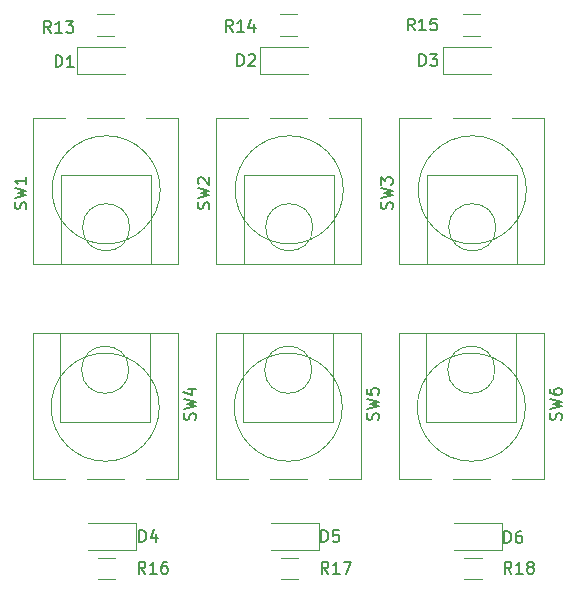
<source format=gbr>
G04 #@! TF.GenerationSoftware,KiCad,Pcbnew,5.1.8-5.1.8*
G04 #@! TF.CreationDate,2021-09-21T08:59:52+02:00*
G04 #@! TF.ProjectId,buttonbar,62757474-6f6e-4626-9172-2e6b69636164,rev?*
G04 #@! TF.SameCoordinates,Original*
G04 #@! TF.FileFunction,Legend,Top*
G04 #@! TF.FilePolarity,Positive*
%FSLAX46Y46*%
G04 Gerber Fmt 4.6, Leading zero omitted, Abs format (unit mm)*
G04 Created by KiCad (PCBNEW 5.1.8-5.1.8) date 2021-09-21 08:59:52*
%MOMM*%
%LPD*%
G01*
G04 APERTURE LIST*
%ADD10C,0.120000*%
%ADD11C,0.150000*%
G04 APERTURE END LIST*
D10*
X135450000Y-58400000D02*
X138170000Y-58400000D01*
X145030000Y-58400000D02*
X147750000Y-58400000D01*
X143170000Y-70700000D02*
X140030000Y-70700000D01*
X147750000Y-70700000D02*
X145030000Y-70700000D01*
X146219050Y-64450000D02*
G75*
G03*
X146219050Y-64450000I-4579050J0D01*
G01*
X138170000Y-70700000D02*
X135450000Y-70700000D01*
X147750000Y-58400000D02*
X147750000Y-70700000D01*
X140030000Y-58400000D02*
X143170000Y-58400000D01*
X135450000Y-70700000D02*
X135450000Y-58400000D01*
X145450000Y-63180000D02*
X145450000Y-70700000D01*
X137830000Y-63180000D02*
X137830000Y-70700000D01*
X137830000Y-70700000D02*
X145030000Y-70700000D01*
X137830000Y-63180000D02*
X145450000Y-63180000D01*
X143640000Y-67620000D02*
G75*
G03*
X143640000Y-67620000I-2000000J0D01*
G01*
X132250000Y-88900000D02*
X129530000Y-88900000D01*
X122670000Y-88900000D02*
X119950000Y-88900000D01*
X124530000Y-76600000D02*
X127670000Y-76600000D01*
X119950000Y-76600000D02*
X122670000Y-76600000D01*
X130639050Y-82850000D02*
G75*
G03*
X130639050Y-82850000I-4579050J0D01*
G01*
X129530000Y-76600000D02*
X132250000Y-76600000D01*
X119950000Y-88900000D02*
X119950000Y-76600000D01*
X127670000Y-88900000D02*
X124530000Y-88900000D01*
X132250000Y-76600000D02*
X132250000Y-88900000D01*
X122250000Y-84120000D02*
X122250000Y-76600000D01*
X129870000Y-84120000D02*
X129870000Y-76600000D01*
X129870000Y-76600000D02*
X122670000Y-76600000D01*
X129870000Y-84120000D02*
X122250000Y-84120000D01*
X128060000Y-79680000D02*
G75*
G03*
X128060000Y-79680000I-2000000J0D01*
G01*
X150950000Y-58400000D02*
X153670000Y-58400000D01*
X160530000Y-58400000D02*
X163250000Y-58400000D01*
X158670000Y-70700000D02*
X155530000Y-70700000D01*
X163250000Y-70700000D02*
X160530000Y-70700000D01*
X161719050Y-64450000D02*
G75*
G03*
X161719050Y-64450000I-4579050J0D01*
G01*
X153670000Y-70700000D02*
X150950000Y-70700000D01*
X163250000Y-58400000D02*
X163250000Y-70700000D01*
X155530000Y-58400000D02*
X158670000Y-58400000D01*
X150950000Y-70700000D02*
X150950000Y-58400000D01*
X160950000Y-63180000D02*
X160950000Y-70700000D01*
X153330000Y-63180000D02*
X153330000Y-70700000D01*
X153330000Y-70700000D02*
X160530000Y-70700000D01*
X153330000Y-63180000D02*
X160950000Y-63180000D01*
X159140000Y-67620000D02*
G75*
G03*
X159140000Y-67620000I-2000000J0D01*
G01*
X119950000Y-58400000D02*
X122670000Y-58400000D01*
X129530000Y-58400000D02*
X132250000Y-58400000D01*
X127670000Y-70700000D02*
X124530000Y-70700000D01*
X132250000Y-70700000D02*
X129530000Y-70700000D01*
X130719050Y-64450000D02*
G75*
G03*
X130719050Y-64450000I-4579050J0D01*
G01*
X122670000Y-70700000D02*
X119950000Y-70700000D01*
X132250000Y-58400000D02*
X132250000Y-70700000D01*
X124530000Y-58400000D02*
X127670000Y-58400000D01*
X119950000Y-70700000D02*
X119950000Y-58400000D01*
X129950000Y-63180000D02*
X129950000Y-70700000D01*
X122330000Y-63180000D02*
X122330000Y-70700000D01*
X122330000Y-70700000D02*
X129530000Y-70700000D01*
X122330000Y-63180000D02*
X129950000Y-63180000D01*
X128140000Y-67620000D02*
G75*
G03*
X128140000Y-67620000I-2000000J0D01*
G01*
X147750000Y-88900000D02*
X145030000Y-88900000D01*
X138170000Y-88900000D02*
X135450000Y-88900000D01*
X140030000Y-76600000D02*
X143170000Y-76600000D01*
X135450000Y-76600000D02*
X138170000Y-76600000D01*
X146139050Y-82850000D02*
G75*
G03*
X146139050Y-82850000I-4579050J0D01*
G01*
X145030000Y-76600000D02*
X147750000Y-76600000D01*
X135450000Y-88900000D02*
X135450000Y-76600000D01*
X143170000Y-88900000D02*
X140030000Y-88900000D01*
X147750000Y-76600000D02*
X147750000Y-88900000D01*
X137750000Y-84120000D02*
X137750000Y-76600000D01*
X145370000Y-84120000D02*
X145370000Y-76600000D01*
X145370000Y-76600000D02*
X138170000Y-76600000D01*
X145370000Y-84120000D02*
X137750000Y-84120000D01*
X143560000Y-79680000D02*
G75*
G03*
X143560000Y-79680000I-2000000J0D01*
G01*
X163250000Y-88900000D02*
X160530000Y-88900000D01*
X153670000Y-88900000D02*
X150950000Y-88900000D01*
X155530000Y-76600000D02*
X158670000Y-76600000D01*
X150950000Y-76600000D02*
X153670000Y-76600000D01*
X161639050Y-82850000D02*
G75*
G03*
X161639050Y-82850000I-4579050J0D01*
G01*
X160530000Y-76600000D02*
X163250000Y-76600000D01*
X150950000Y-88900000D02*
X150950000Y-76600000D01*
X158670000Y-88900000D02*
X155530000Y-88900000D01*
X163250000Y-76600000D02*
X163250000Y-88900000D01*
X153250000Y-84120000D02*
X153250000Y-76600000D01*
X160870000Y-84120000D02*
X160870000Y-76600000D01*
X160870000Y-76600000D02*
X153670000Y-76600000D01*
X160870000Y-84120000D02*
X153250000Y-84120000D01*
X159060000Y-79680000D02*
G75*
G03*
X159060000Y-79680000I-2000000J0D01*
G01*
X156472936Y-97410000D02*
X157927064Y-97410000D01*
X156472936Y-95590000D02*
X157927064Y-95590000D01*
X140972936Y-97410000D02*
X142427064Y-97410000D01*
X140972936Y-95590000D02*
X142427064Y-95590000D01*
X125472936Y-97410000D02*
X126927064Y-97410000D01*
X125472936Y-95590000D02*
X126927064Y-95590000D01*
X157827064Y-49590000D02*
X156372936Y-49590000D01*
X157827064Y-51410000D02*
X156372936Y-51410000D01*
X142327064Y-49590000D02*
X140872936Y-49590000D01*
X142327064Y-51410000D02*
X140872936Y-51410000D01*
X126827064Y-49590000D02*
X125372936Y-49590000D01*
X126827064Y-51410000D02*
X125372936Y-51410000D01*
X159637500Y-92665000D02*
X155577500Y-92665000D01*
X159637500Y-94935000D02*
X159637500Y-92665000D01*
X155577500Y-94935000D02*
X159637500Y-94935000D01*
X144137500Y-92665000D02*
X140077500Y-92665000D01*
X144137500Y-94935000D02*
X144137500Y-92665000D01*
X140077500Y-94935000D02*
X144137500Y-94935000D01*
X128637500Y-92665000D02*
X124577500Y-92665000D01*
X128637500Y-94935000D02*
X128637500Y-92665000D01*
X124577500Y-94935000D02*
X128637500Y-94935000D01*
X154662500Y-54635000D02*
X158722500Y-54635000D01*
X154662500Y-52365000D02*
X154662500Y-54635000D01*
X158722500Y-52365000D02*
X154662500Y-52365000D01*
X139162500Y-54635000D02*
X143222500Y-54635000D01*
X139162500Y-52365000D02*
X139162500Y-54635000D01*
X143222500Y-52365000D02*
X139162500Y-52365000D01*
X123662500Y-54635000D02*
X127722500Y-54635000D01*
X123662500Y-52365000D02*
X123662500Y-54635000D01*
X127722500Y-52365000D02*
X123662500Y-52365000D01*
D11*
X134844761Y-66053333D02*
X134892380Y-65910476D01*
X134892380Y-65672380D01*
X134844761Y-65577142D01*
X134797142Y-65529523D01*
X134701904Y-65481904D01*
X134606666Y-65481904D01*
X134511428Y-65529523D01*
X134463809Y-65577142D01*
X134416190Y-65672380D01*
X134368571Y-65862857D01*
X134320952Y-65958095D01*
X134273333Y-66005714D01*
X134178095Y-66053333D01*
X134082857Y-66053333D01*
X133987619Y-66005714D01*
X133940000Y-65958095D01*
X133892380Y-65862857D01*
X133892380Y-65624761D01*
X133940000Y-65481904D01*
X133892380Y-65148571D02*
X134892380Y-64910476D01*
X134178095Y-64720000D01*
X134892380Y-64529523D01*
X133892380Y-64291428D01*
X133987619Y-63958095D02*
X133940000Y-63910476D01*
X133892380Y-63815238D01*
X133892380Y-63577142D01*
X133940000Y-63481904D01*
X133987619Y-63434285D01*
X134082857Y-63386666D01*
X134178095Y-63386666D01*
X134320952Y-63434285D01*
X134892380Y-64005714D01*
X134892380Y-63386666D01*
X133664761Y-83913333D02*
X133712380Y-83770476D01*
X133712380Y-83532380D01*
X133664761Y-83437142D01*
X133617142Y-83389523D01*
X133521904Y-83341904D01*
X133426666Y-83341904D01*
X133331428Y-83389523D01*
X133283809Y-83437142D01*
X133236190Y-83532380D01*
X133188571Y-83722857D01*
X133140952Y-83818095D01*
X133093333Y-83865714D01*
X132998095Y-83913333D01*
X132902857Y-83913333D01*
X132807619Y-83865714D01*
X132760000Y-83818095D01*
X132712380Y-83722857D01*
X132712380Y-83484761D01*
X132760000Y-83341904D01*
X132712380Y-83008571D02*
X133712380Y-82770476D01*
X132998095Y-82580000D01*
X133712380Y-82389523D01*
X132712380Y-82151428D01*
X133045714Y-81341904D02*
X133712380Y-81341904D01*
X132664761Y-81580000D02*
X133379047Y-81818095D01*
X133379047Y-81199047D01*
X150344761Y-66053333D02*
X150392380Y-65910476D01*
X150392380Y-65672380D01*
X150344761Y-65577142D01*
X150297142Y-65529523D01*
X150201904Y-65481904D01*
X150106666Y-65481904D01*
X150011428Y-65529523D01*
X149963809Y-65577142D01*
X149916190Y-65672380D01*
X149868571Y-65862857D01*
X149820952Y-65958095D01*
X149773333Y-66005714D01*
X149678095Y-66053333D01*
X149582857Y-66053333D01*
X149487619Y-66005714D01*
X149440000Y-65958095D01*
X149392380Y-65862857D01*
X149392380Y-65624761D01*
X149440000Y-65481904D01*
X149392380Y-65148571D02*
X150392380Y-64910476D01*
X149678095Y-64720000D01*
X150392380Y-64529523D01*
X149392380Y-64291428D01*
X149392380Y-64005714D02*
X149392380Y-63386666D01*
X149773333Y-63720000D01*
X149773333Y-63577142D01*
X149820952Y-63481904D01*
X149868571Y-63434285D01*
X149963809Y-63386666D01*
X150201904Y-63386666D01*
X150297142Y-63434285D01*
X150344761Y-63481904D01*
X150392380Y-63577142D01*
X150392380Y-63862857D01*
X150344761Y-63958095D01*
X150297142Y-64005714D01*
X119344761Y-66053333D02*
X119392380Y-65910476D01*
X119392380Y-65672380D01*
X119344761Y-65577142D01*
X119297142Y-65529523D01*
X119201904Y-65481904D01*
X119106666Y-65481904D01*
X119011428Y-65529523D01*
X118963809Y-65577142D01*
X118916190Y-65672380D01*
X118868571Y-65862857D01*
X118820952Y-65958095D01*
X118773333Y-66005714D01*
X118678095Y-66053333D01*
X118582857Y-66053333D01*
X118487619Y-66005714D01*
X118440000Y-65958095D01*
X118392380Y-65862857D01*
X118392380Y-65624761D01*
X118440000Y-65481904D01*
X118392380Y-65148571D02*
X119392380Y-64910476D01*
X118678095Y-64720000D01*
X119392380Y-64529523D01*
X118392380Y-64291428D01*
X119392380Y-63386666D02*
X119392380Y-63958095D01*
X119392380Y-63672380D02*
X118392380Y-63672380D01*
X118535238Y-63767619D01*
X118630476Y-63862857D01*
X118678095Y-63958095D01*
X149164761Y-83913333D02*
X149212380Y-83770476D01*
X149212380Y-83532380D01*
X149164761Y-83437142D01*
X149117142Y-83389523D01*
X149021904Y-83341904D01*
X148926666Y-83341904D01*
X148831428Y-83389523D01*
X148783809Y-83437142D01*
X148736190Y-83532380D01*
X148688571Y-83722857D01*
X148640952Y-83818095D01*
X148593333Y-83865714D01*
X148498095Y-83913333D01*
X148402857Y-83913333D01*
X148307619Y-83865714D01*
X148260000Y-83818095D01*
X148212380Y-83722857D01*
X148212380Y-83484761D01*
X148260000Y-83341904D01*
X148212380Y-83008571D02*
X149212380Y-82770476D01*
X148498095Y-82580000D01*
X149212380Y-82389523D01*
X148212380Y-82151428D01*
X148212380Y-81294285D02*
X148212380Y-81770476D01*
X148688571Y-81818095D01*
X148640952Y-81770476D01*
X148593333Y-81675238D01*
X148593333Y-81437142D01*
X148640952Y-81341904D01*
X148688571Y-81294285D01*
X148783809Y-81246666D01*
X149021904Y-81246666D01*
X149117142Y-81294285D01*
X149164761Y-81341904D01*
X149212380Y-81437142D01*
X149212380Y-81675238D01*
X149164761Y-81770476D01*
X149117142Y-81818095D01*
X164664761Y-83913333D02*
X164712380Y-83770476D01*
X164712380Y-83532380D01*
X164664761Y-83437142D01*
X164617142Y-83389523D01*
X164521904Y-83341904D01*
X164426666Y-83341904D01*
X164331428Y-83389523D01*
X164283809Y-83437142D01*
X164236190Y-83532380D01*
X164188571Y-83722857D01*
X164140952Y-83818095D01*
X164093333Y-83865714D01*
X163998095Y-83913333D01*
X163902857Y-83913333D01*
X163807619Y-83865714D01*
X163760000Y-83818095D01*
X163712380Y-83722857D01*
X163712380Y-83484761D01*
X163760000Y-83341904D01*
X163712380Y-83008571D02*
X164712380Y-82770476D01*
X163998095Y-82580000D01*
X164712380Y-82389523D01*
X163712380Y-82151428D01*
X163712380Y-81341904D02*
X163712380Y-81532380D01*
X163760000Y-81627619D01*
X163807619Y-81675238D01*
X163950476Y-81770476D01*
X164140952Y-81818095D01*
X164521904Y-81818095D01*
X164617142Y-81770476D01*
X164664761Y-81722857D01*
X164712380Y-81627619D01*
X164712380Y-81437142D01*
X164664761Y-81341904D01*
X164617142Y-81294285D01*
X164521904Y-81246666D01*
X164283809Y-81246666D01*
X164188571Y-81294285D01*
X164140952Y-81341904D01*
X164093333Y-81437142D01*
X164093333Y-81627619D01*
X164140952Y-81722857D01*
X164188571Y-81770476D01*
X164283809Y-81818095D01*
X160457142Y-96952380D02*
X160123809Y-96476190D01*
X159885714Y-96952380D02*
X159885714Y-95952380D01*
X160266666Y-95952380D01*
X160361904Y-96000000D01*
X160409523Y-96047619D01*
X160457142Y-96142857D01*
X160457142Y-96285714D01*
X160409523Y-96380952D01*
X160361904Y-96428571D01*
X160266666Y-96476190D01*
X159885714Y-96476190D01*
X161409523Y-96952380D02*
X160838095Y-96952380D01*
X161123809Y-96952380D02*
X161123809Y-95952380D01*
X161028571Y-96095238D01*
X160933333Y-96190476D01*
X160838095Y-96238095D01*
X161980952Y-96380952D02*
X161885714Y-96333333D01*
X161838095Y-96285714D01*
X161790476Y-96190476D01*
X161790476Y-96142857D01*
X161838095Y-96047619D01*
X161885714Y-96000000D01*
X161980952Y-95952380D01*
X162171428Y-95952380D01*
X162266666Y-96000000D01*
X162314285Y-96047619D01*
X162361904Y-96142857D01*
X162361904Y-96190476D01*
X162314285Y-96285714D01*
X162266666Y-96333333D01*
X162171428Y-96380952D01*
X161980952Y-96380952D01*
X161885714Y-96428571D01*
X161838095Y-96476190D01*
X161790476Y-96571428D01*
X161790476Y-96761904D01*
X161838095Y-96857142D01*
X161885714Y-96904761D01*
X161980952Y-96952380D01*
X162171428Y-96952380D01*
X162266666Y-96904761D01*
X162314285Y-96857142D01*
X162361904Y-96761904D01*
X162361904Y-96571428D01*
X162314285Y-96476190D01*
X162266666Y-96428571D01*
X162171428Y-96380952D01*
X144957142Y-96952380D02*
X144623809Y-96476190D01*
X144385714Y-96952380D02*
X144385714Y-95952380D01*
X144766666Y-95952380D01*
X144861904Y-96000000D01*
X144909523Y-96047619D01*
X144957142Y-96142857D01*
X144957142Y-96285714D01*
X144909523Y-96380952D01*
X144861904Y-96428571D01*
X144766666Y-96476190D01*
X144385714Y-96476190D01*
X145909523Y-96952380D02*
X145338095Y-96952380D01*
X145623809Y-96952380D02*
X145623809Y-95952380D01*
X145528571Y-96095238D01*
X145433333Y-96190476D01*
X145338095Y-96238095D01*
X146242857Y-95952380D02*
X146909523Y-95952380D01*
X146480952Y-96952380D01*
X129457142Y-96952380D02*
X129123809Y-96476190D01*
X128885714Y-96952380D02*
X128885714Y-95952380D01*
X129266666Y-95952380D01*
X129361904Y-96000000D01*
X129409523Y-96047619D01*
X129457142Y-96142857D01*
X129457142Y-96285714D01*
X129409523Y-96380952D01*
X129361904Y-96428571D01*
X129266666Y-96476190D01*
X128885714Y-96476190D01*
X130409523Y-96952380D02*
X129838095Y-96952380D01*
X130123809Y-96952380D02*
X130123809Y-95952380D01*
X130028571Y-96095238D01*
X129933333Y-96190476D01*
X129838095Y-96238095D01*
X131266666Y-95952380D02*
X131076190Y-95952380D01*
X130980952Y-96000000D01*
X130933333Y-96047619D01*
X130838095Y-96190476D01*
X130790476Y-96380952D01*
X130790476Y-96761904D01*
X130838095Y-96857142D01*
X130885714Y-96904761D01*
X130980952Y-96952380D01*
X131171428Y-96952380D01*
X131266666Y-96904761D01*
X131314285Y-96857142D01*
X131361904Y-96761904D01*
X131361904Y-96523809D01*
X131314285Y-96428571D01*
X131266666Y-96380952D01*
X131171428Y-96333333D01*
X130980952Y-96333333D01*
X130885714Y-96380952D01*
X130838095Y-96428571D01*
X130790476Y-96523809D01*
X152257142Y-50952380D02*
X151923809Y-50476190D01*
X151685714Y-50952380D02*
X151685714Y-49952380D01*
X152066666Y-49952380D01*
X152161904Y-50000000D01*
X152209523Y-50047619D01*
X152257142Y-50142857D01*
X152257142Y-50285714D01*
X152209523Y-50380952D01*
X152161904Y-50428571D01*
X152066666Y-50476190D01*
X151685714Y-50476190D01*
X153209523Y-50952380D02*
X152638095Y-50952380D01*
X152923809Y-50952380D02*
X152923809Y-49952380D01*
X152828571Y-50095238D01*
X152733333Y-50190476D01*
X152638095Y-50238095D01*
X154114285Y-49952380D02*
X153638095Y-49952380D01*
X153590476Y-50428571D01*
X153638095Y-50380952D01*
X153733333Y-50333333D01*
X153971428Y-50333333D01*
X154066666Y-50380952D01*
X154114285Y-50428571D01*
X154161904Y-50523809D01*
X154161904Y-50761904D01*
X154114285Y-50857142D01*
X154066666Y-50904761D01*
X153971428Y-50952380D01*
X153733333Y-50952380D01*
X153638095Y-50904761D01*
X153590476Y-50857142D01*
X136857142Y-51052380D02*
X136523809Y-50576190D01*
X136285714Y-51052380D02*
X136285714Y-50052380D01*
X136666666Y-50052380D01*
X136761904Y-50100000D01*
X136809523Y-50147619D01*
X136857142Y-50242857D01*
X136857142Y-50385714D01*
X136809523Y-50480952D01*
X136761904Y-50528571D01*
X136666666Y-50576190D01*
X136285714Y-50576190D01*
X137809523Y-51052380D02*
X137238095Y-51052380D01*
X137523809Y-51052380D02*
X137523809Y-50052380D01*
X137428571Y-50195238D01*
X137333333Y-50290476D01*
X137238095Y-50338095D01*
X138666666Y-50385714D02*
X138666666Y-51052380D01*
X138428571Y-50004761D02*
X138190476Y-50719047D01*
X138809523Y-50719047D01*
X121457142Y-51152380D02*
X121123809Y-50676190D01*
X120885714Y-51152380D02*
X120885714Y-50152380D01*
X121266666Y-50152380D01*
X121361904Y-50200000D01*
X121409523Y-50247619D01*
X121457142Y-50342857D01*
X121457142Y-50485714D01*
X121409523Y-50580952D01*
X121361904Y-50628571D01*
X121266666Y-50676190D01*
X120885714Y-50676190D01*
X122409523Y-51152380D02*
X121838095Y-51152380D01*
X122123809Y-51152380D02*
X122123809Y-50152380D01*
X122028571Y-50295238D01*
X121933333Y-50390476D01*
X121838095Y-50438095D01*
X122742857Y-50152380D02*
X123361904Y-50152380D01*
X123028571Y-50533333D01*
X123171428Y-50533333D01*
X123266666Y-50580952D01*
X123314285Y-50628571D01*
X123361904Y-50723809D01*
X123361904Y-50961904D01*
X123314285Y-51057142D01*
X123266666Y-51104761D01*
X123171428Y-51152380D01*
X122885714Y-51152380D01*
X122790476Y-51104761D01*
X122742857Y-51057142D01*
X159861904Y-94352380D02*
X159861904Y-93352380D01*
X160100000Y-93352380D01*
X160242857Y-93400000D01*
X160338095Y-93495238D01*
X160385714Y-93590476D01*
X160433333Y-93780952D01*
X160433333Y-93923809D01*
X160385714Y-94114285D01*
X160338095Y-94209523D01*
X160242857Y-94304761D01*
X160100000Y-94352380D01*
X159861904Y-94352380D01*
X161290476Y-93352380D02*
X161100000Y-93352380D01*
X161004761Y-93400000D01*
X160957142Y-93447619D01*
X160861904Y-93590476D01*
X160814285Y-93780952D01*
X160814285Y-94161904D01*
X160861904Y-94257142D01*
X160909523Y-94304761D01*
X161004761Y-94352380D01*
X161195238Y-94352380D01*
X161290476Y-94304761D01*
X161338095Y-94257142D01*
X161385714Y-94161904D01*
X161385714Y-93923809D01*
X161338095Y-93828571D01*
X161290476Y-93780952D01*
X161195238Y-93733333D01*
X161004761Y-93733333D01*
X160909523Y-93780952D01*
X160861904Y-93828571D01*
X160814285Y-93923809D01*
X144361904Y-94252380D02*
X144361904Y-93252380D01*
X144600000Y-93252380D01*
X144742857Y-93300000D01*
X144838095Y-93395238D01*
X144885714Y-93490476D01*
X144933333Y-93680952D01*
X144933333Y-93823809D01*
X144885714Y-94014285D01*
X144838095Y-94109523D01*
X144742857Y-94204761D01*
X144600000Y-94252380D01*
X144361904Y-94252380D01*
X145838095Y-93252380D02*
X145361904Y-93252380D01*
X145314285Y-93728571D01*
X145361904Y-93680952D01*
X145457142Y-93633333D01*
X145695238Y-93633333D01*
X145790476Y-93680952D01*
X145838095Y-93728571D01*
X145885714Y-93823809D01*
X145885714Y-94061904D01*
X145838095Y-94157142D01*
X145790476Y-94204761D01*
X145695238Y-94252380D01*
X145457142Y-94252380D01*
X145361904Y-94204761D01*
X145314285Y-94157142D01*
X128961904Y-94252380D02*
X128961904Y-93252380D01*
X129200000Y-93252380D01*
X129342857Y-93300000D01*
X129438095Y-93395238D01*
X129485714Y-93490476D01*
X129533333Y-93680952D01*
X129533333Y-93823809D01*
X129485714Y-94014285D01*
X129438095Y-94109523D01*
X129342857Y-94204761D01*
X129200000Y-94252380D01*
X128961904Y-94252380D01*
X130390476Y-93585714D02*
X130390476Y-94252380D01*
X130152380Y-93204761D02*
X129914285Y-93919047D01*
X130533333Y-93919047D01*
X152661904Y-53952380D02*
X152661904Y-52952380D01*
X152900000Y-52952380D01*
X153042857Y-53000000D01*
X153138095Y-53095238D01*
X153185714Y-53190476D01*
X153233333Y-53380952D01*
X153233333Y-53523809D01*
X153185714Y-53714285D01*
X153138095Y-53809523D01*
X153042857Y-53904761D01*
X152900000Y-53952380D01*
X152661904Y-53952380D01*
X153566666Y-52952380D02*
X154185714Y-52952380D01*
X153852380Y-53333333D01*
X153995238Y-53333333D01*
X154090476Y-53380952D01*
X154138095Y-53428571D01*
X154185714Y-53523809D01*
X154185714Y-53761904D01*
X154138095Y-53857142D01*
X154090476Y-53904761D01*
X153995238Y-53952380D01*
X153709523Y-53952380D01*
X153614285Y-53904761D01*
X153566666Y-53857142D01*
X137261904Y-53952380D02*
X137261904Y-52952380D01*
X137500000Y-52952380D01*
X137642857Y-53000000D01*
X137738095Y-53095238D01*
X137785714Y-53190476D01*
X137833333Y-53380952D01*
X137833333Y-53523809D01*
X137785714Y-53714285D01*
X137738095Y-53809523D01*
X137642857Y-53904761D01*
X137500000Y-53952380D01*
X137261904Y-53952380D01*
X138214285Y-53047619D02*
X138261904Y-53000000D01*
X138357142Y-52952380D01*
X138595238Y-52952380D01*
X138690476Y-53000000D01*
X138738095Y-53047619D01*
X138785714Y-53142857D01*
X138785714Y-53238095D01*
X138738095Y-53380952D01*
X138166666Y-53952380D01*
X138785714Y-53952380D01*
X121861904Y-54052380D02*
X121861904Y-53052380D01*
X122100000Y-53052380D01*
X122242857Y-53100000D01*
X122338095Y-53195238D01*
X122385714Y-53290476D01*
X122433333Y-53480952D01*
X122433333Y-53623809D01*
X122385714Y-53814285D01*
X122338095Y-53909523D01*
X122242857Y-54004761D01*
X122100000Y-54052380D01*
X121861904Y-54052380D01*
X123385714Y-54052380D02*
X122814285Y-54052380D01*
X123100000Y-54052380D02*
X123100000Y-53052380D01*
X123004761Y-53195238D01*
X122909523Y-53290476D01*
X122814285Y-53338095D01*
M02*

</source>
